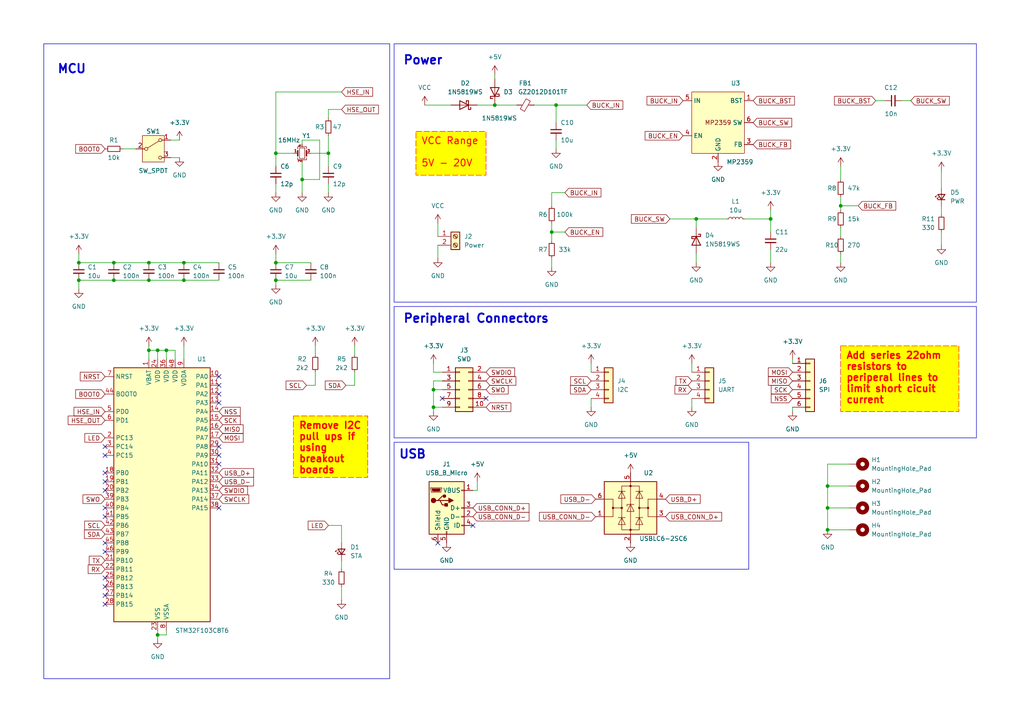
<source format=kicad_sch>
(kicad_sch (version 20230121) (generator eeschema)
  (paper "A4")
  (title_block (title "STM32F103 4 Layer Demo Board") (date "2023-02-24") (rev "v1.0") (company "Janith Sinhapura"))
  (lib_symbols
    (symbol "Connector:Screw_Terminal_01x02" (pin_names (offset 1.016) hide)
      (property "Reference" "J" (at 0 2.54 0))
      (property "Value" "Screw_Terminal_01x02" (at 0 -5.08 0))
      (symbol "Screw_Terminal_01x02_1_1"
        (pin passive line (at -5.08 0 0) (length 3.81) (name "Pin_1") (number "1"))
        (pin passive line (at -5.08 -2.54 0) (length 3.81) (name "Pin_2") (number "2"))
      )
    )
    (symbol "Connector:USB_B_Micro" (pin_names (offset 1.016))
      (property "Reference" "J" (at -5.08 11.43 0))
      (property "Value" "USB_B_Micro" (at -5.08 8.89 0))
      (symbol "USB_B_Micro_1_1"
        (pin power_out line (at 7.62 5.08 180) (length 2.54) (name "VBUS") (number "1"))
        (pin bidirectional line (at 7.62 -2.54 180) (length 2.54) (name "D-") (number "2"))
        (pin bidirectional line (at 7.62 0 180) (length 2.54) (name "D+") (number "3"))
        (pin passive line (at 7.62 -5.08 180) (length 2.54) (name "ID") (number "4"))
        (pin power_out line (at 0 -10.16 90) (length 2.54) (name "GND") (number "5"))
        (pin passive line (at -2.54 -10.16 90) (length 2.54) (name "Shield") (number "6"))
      )
    )
    (symbol "Connector_Generic:Conn_01x04" (pin_names (offset 1.016) hide)
      (property "Reference" "J" (at 0 5.08 0))
      (property "Value" "Conn_01x04" (at 0 -7.62 0))
      (symbol "Conn_01x04_1_1"
        (pin passive line (at -5.08 2.54 0) (length 3.81) (name "Pin_1") (number "1"))
        (pin passive line (at -5.08 0 0) (length 3.81) (name "Pin_2") (number "2"))
        (pin passive line (at -5.08 -2.54 0) (length 3.81) (name "Pin_3") (number "3"))
        (pin passive line (at -5.08 -5.08 0) (length 3.81) (name "Pin_4") (number "4"))
      )
    )
    (symbol "Connector_Generic:Conn_01x06" (pin_names (offset 1.016) hide)
      (property "Reference" "J" (at 0 7.62 0))
      (property "Value" "Conn_01x06" (at 0 -10.16 0))
      (symbol "Conn_01x06_1_1"
        (pin passive line (at -5.08 5.08 0) (length 3.81) (name "Pin_1") (number "1"))
        (pin passive line (at -5.08 2.54 0) (length 3.81) (name "Pin_2") (number "2"))
        (pin passive line (at -5.08 0 0) (length 3.81) (name "Pin_3") (number "3"))
        (pin passive line (at -5.08 -2.54 0) (length 3.81) (name "Pin_4") (number "4"))
        (pin passive line (at -5.08 -5.08 0) (length 3.81) (name "Pin_5") (number "5"))
        (pin passive line (at -5.08 -7.62 0) (length 3.81) (name "Pin_6") (number "6"))
      )
    )
    (symbol "Connector_Generic:Conn_02x05_Odd_Even" (pin_names (offset 1.016) hide)
      (property "Reference" "J" (at 1.27 7.62 0))
      (property "Value" "Conn_02x05_Odd_Even" (at 1.27 -7.62 0))
      (symbol "Conn_02x05_Odd_Even_1_1"
        (pin passive line (at -5.08 5.08 0) (length 3.81) (name "Pin_1") (number "1"))
        (pin passive line (at 7.62 -5.08 180) (length 3.81) (name "Pin_10") (number "10"))
        (pin passive line (at 7.62 5.08 180) (length 3.81) (name "Pin_2") (number "2"))
        (pin passive line (at -5.08 2.54 0) (length 3.81) (name "Pin_3") (number "3"))
        (pin passive line (at 7.62 2.54 180) (length 3.81) (name "Pin_4") (number "4"))
        (pin passive line (at -5.08 0 0) (length 3.81) (name "Pin_5") (number "5"))
        (pin passive line (at 7.62 0 180) (length 3.81) (name "Pin_6") (number "6"))
        (pin passive line (at -5.08 -2.54 0) (length 3.81) (name "Pin_7") (number "7"))
        (pin passive line (at 7.62 -2.54 180) (length 3.81) (name "Pin_8") (number "8"))
        (pin passive line (at -5.08 -5.08 0) (length 3.81) (name "Pin_9") (number "9"))
      )
    )
    (symbol "Device:C_Small" (pin_numbers hide) (pin_names (offset 0.254) hide)
      (property "Reference" "C" (at 0.254 1.778 0))
      (property "Value" "C_Small" (at 0.254 -2.032 0))
      (symbol "C_Small_1_1"
        (pin passive line (at 0 2.54 270) (length 2.032) (name "~") (number "1"))
        (pin passive line (at 0 -2.54 90) (length 2.032) (name "~") (number "2"))
      )
    )
    (symbol "Device:Crystal_GND24_Small" (pin_names (offset 1.016) hide)
      (property "Reference" "Y" (at 1.27 4.445 0))
      (property "Value" "Crystal_GND24_Small" (at 1.27 2.54 0))
      (symbol "Crystal_GND24_Small_1_1"
        (pin passive line (at -2.54 0 0) (length 1.27) (name "1") (number "1"))
        (pin passive line (at 0 -2.54 90) (length 0.635) (name "2") (number "2"))
        (pin passive line (at 2.54 0 180) (length 1.27) (name "3") (number "3"))
        (pin passive line (at 0 2.54 270) (length 0.635) (name "4") (number "4"))
      )
    )
    (symbol "Device:FerriteBead_Small" (pin_numbers hide) (pin_names (offset 0))
      (property "Reference" "FB" (at 1.905 1.27 0))
      (property "Value" "FerriteBead_Small" (at 1.905 -1.27 0))
      (symbol "FerriteBead_Small_1_1"
        (pin passive line (at 0 2.54 270) (length 1.27) (name "~") (number "1"))
        (pin passive line (at 0 -2.54 90) (length 1.27) (name "~") (number "2"))
      )
    )
    (symbol "Device:LED_Small" (pin_numbers hide) (pin_names (offset 0.254) hide)
      (property "Reference" "D" (at -1.27 3.175 0))
      (property "Value" "LED_Small" (at -4.445 -2.54 0))
      (symbol "LED_Small_1_1"
        (pin passive line (at -2.54 0 0) (length 1.778) (name "K") (number "1"))
        (pin passive line (at 2.54 0 180) (length 1.778) (name "A") (number "2"))
      )
    )
    (symbol "Device:L_Small" (pin_numbers hide) (pin_names (offset 0.254) hide)
      (property "Reference" "L" (at 0.762 1.016 0))
      (property "Value" "L_Small" (at 0.762 -1.016 0))
      (symbol "L_Small_1_1"
        (pin passive line (at 0 2.54 270) (length 0.508) (name "~") (number "1"))
        (pin passive line (at 0 -2.54 90) (length 0.508) (name "~") (number "2"))
      )
    )
    (symbol "Device:R_Small" (pin_numbers hide) (pin_names (offset 0.254) hide)
      (property "Reference" "R" (at 0.762 0.508 0))
      (property "Value" "R_Small" (at 0.762 -1.016 0))
      (symbol "R_Small_1_1"
        (pin passive line (at 0 2.54 270) (length 0.762) (name "~") (number "1"))
        (pin passive line (at 0 -2.54 90) (length 0.762) (name "~") (number "2"))
      )
    )
    (symbol "Diode:1N5819WS" (pin_numbers hide) (pin_names (offset 1.016) hide)
      (property "Reference" "D" (at 0 2.54 0))
      (property "Value" "1N5819WS" (at 0 -2.54 0))
      (symbol "1N5819WS_1_1"
        (pin passive line (at -3.81 0 0) (length 2.54) (name "K") (number "1"))
        (pin passive line (at 3.81 0 180) (length 2.54) (name "A") (number "2"))
      )
    )
    (symbol "Janith_Kicad_Symbols:MP2359"
      (property "Reference" "U" (at 6.35 11.43 0))
      (property "Value" "MP2359" (at 7.62 -11.43 0))
      (symbol "MP2359_1_1"
        (text "MP2359" (at 0 0 0) (effects (font (size 1.27 1.27))))
        (pin input line (at 10.16 6.35 180) (length 2.54) (name "BST") (number "1"))
        (pin input line (at 0 -11.43 90) (length 2.54) (name "GND") (number "2"))
        (pin input line (at 10.16 -6.35 180) (length 2.54) (name "FB") (number "3"))
        (pin input line (at -10.16 -3.81 0) (length 2.54) (name "EN") (number "4"))
        (pin input line (at -10.16 6.35 0) (length 2.54) (name "IN") (number "5"))
        (pin input line (at 10.16 0 180) (length 2.54) (name "SW") (number "6"))
      )
    )
    (symbol "MCU_ST_STM32F1:STM32F103C8Tx"
      (property "Reference" "U" (at -12.7 39.37 0))
      (property "Value" "STM32F103C8Tx" (at 10.16 39.37 0))
      (symbol "STM32F103C8Tx_1_1"
        (pin power_in line (at -2.54 40.64 270) (length 2.54) (name "VBAT") (number "1"))
        (pin bidirectional line (at 17.78 35.56 180) (length 2.54) (name "PA0") (number "10"))
        (pin bidirectional line (at 17.78 33.02 180) (length 2.54) (name "PA1") (number "11"))
        (pin bidirectional line (at 17.78 30.48 180) (length 2.54) (name "PA2") (number "12"))
        (pin bidirectional line (at 17.78 27.94 180) (length 2.54) (name "PA3") (number "13"))
        (pin bidirectional line (at 17.78 25.4 180) (length 2.54) (name "PA4") (number "14"))
        (pin bidirectional line (at 17.78 22.86 180) (length 2.54) (name "PA5") (number "15"))
        (pin bidirectional line (at 17.78 20.32 180) (length 2.54) (name "PA6") (number "16"))
        (pin bidirectional line (at 17.78 17.78 180) (length 2.54) (name "PA7") (number "17"))
        (pin bidirectional line (at -15.24 7.62 0) (length 2.54) (name "PB0") (number "18"))
        (pin bidirectional line (at -15.24 5.08 0) (length 2.54) (name "PB1") (number "19"))
        (pin bidirectional line (at -15.24 17.78 0) (length 2.54) (name "PC13") (number "2"))
        (pin bidirectional line (at -15.24 2.54 0) (length 2.54) (name "PB2") (number "20"))
        (pin bidirectional line (at -15.24 -17.78 0) (length 2.54) (name "PB10") (number "21"))
        (pin bidirectional line (at -15.24 -20.32 0) (length 2.54) (name "PB11") (number "22"))
        (pin power_in line (at 0 -38.1 90) (length 2.54) (name "VSS") (number "23"))
        (pin power_in line (at 0 40.64 270) (length 2.54) (name "VDD") (number "24"))
        (pin bidirectional line (at -15.24 -22.86 0) (length 2.54) (name "PB12") (number "25"))
        (pin bidirectional line (at -15.24 -25.4 0) (length 2.54) (name "PB13") (number "26"))
        (pin bidirectional line (at -15.24 -27.94 0) (length 2.54) (name "PB14") (number "27"))
        (pin bidirectional line (at -15.24 -30.48 0) (length 2.54) (name "PB15") (number "28"))
        (pin bidirectional line (at 17.78 15.24 180) (length 2.54) (name "PA8") (number "29"))
        (pin bidirectional line (at -15.24 15.24 0) (length 2.54) (name "PC14") (number "3"))
        (pin bidirectional line (at 17.78 12.7 180) (length 2.54) (name "PA9") (number "30"))
        (pin bidirectional line (at 17.78 10.16 180) (length 2.54) (name "PA10") (number "31"))
        (pin bidirectional line (at 17.78 7.62 180) (length 2.54) (name "PA11") (number "32"))
        (pin bidirectional line (at 17.78 5.08 180) (length 2.54) (name "PA12") (number "33"))
        (pin bidirectional line (at 17.78 2.54 180) (length 2.54) (name "PA13") (number "34"))
        (pin passive line (at 0 -38.1 90) (length 2.54) hide (name "VSS") (number "35"))
        (pin power_in line (at 2.54 40.64 270) (length 2.54) (name "VDD") (number "36"))
        (pin bidirectional line (at 17.78 0 180) (length 2.54) (name "PA14") (number "37"))
        (pin bidirectional line (at 17.78 -2.54 180) (length 2.54) (name "PA15") (number "38"))
        (pin bidirectional line (at -15.24 0 0) (length 2.54) (name "PB3") (number "39"))
        (pin bidirectional line (at -15.24 12.7 0) (length 2.54) (name "PC15") (number "4"))
        (pin bidirectional line (at -15.24 -2.54 0) (length 2.54) (name "PB4") (number "40"))
        (pin bidirectional line (at -15.24 -5.08 0) (length 2.54) (name "PB5") (number "41"))
        (pin bidirectional line (at -15.24 -7.62 0) (length 2.54) (name "PB6") (number "42"))
        (pin bidirectional line (at -15.24 -10.16 0) (length 2.54) (name "PB7") (number "43"))
        (pin input line (at -15.24 30.48 0) (length 2.54) (name "BOOT0") (number "44"))
        (pin bidirectional line (at -15.24 -12.7 0) (length 2.54) (name "PB8") (number "45"))
        (pin bidirectional line (at -15.24 -15.24 0) (length 2.54) (name "PB9") (number "46"))
        (pin passive line (at 0 -38.1 90) (length 2.54) hide (name "VSS") (number "47"))
        (pin power_in line (at 5.08 40.64 270) (length 2.54) (name "VDD") (number "48"))
        (pin bidirectional line (at -15.24 25.4 0) (length 2.54) (name "PD0") (number "5"))
        (pin bidirectional line (at -15.24 22.86 0) (length 2.54) (name "PD1") (number "6"))
        (pin input line (at -15.24 35.56 0) (length 2.54) (name "NRST") (number "7"))
        (pin power_in line (at 2.54 -38.1 90) (length 2.54) (name "VSSA") (number "8"))
        (pin power_in line (at 7.62 40.64 270) (length 2.54) (name "VDDA") (number "9"))
      )
    )
    (symbol "Mechanical:MountingHole_Pad" (pin_numbers hide) (pin_names (offset 1.016) hide)
      (property "Reference" "H" (at 0 6.35 0))
      (property "Value" "MountingHole_Pad" (at 0 4.445 0))
      (symbol "MountingHole_Pad_1_1"
        (pin input line (at 0 -2.54 90) (length 2.54) (name "1") (number "1"))
      )
    )
    (symbol "Power_Protection:USBLC6-2SC6" (pin_names hide)
      (property "Reference" "U" (at 2.54 8.89 0))
      (property "Value" "USBLC6-2SC6" (at 2.54 -8.89 0))
      (symbol "USBLC6-2SC6_1_1"
        (pin passive line (at -10.16 -2.54 0) (length 2.54) (name "I/O1") (number "1"))
        (pin passive line (at 0 -10.16 90) (length 2.54) (name "GND") (number "2"))
        (pin passive line (at 10.16 -2.54 180) (length 2.54) (name "I/O2") (number "3"))
        (pin passive line (at 10.16 2.54 180) (length 2.54) (name "I/O2") (number "4"))
        (pin passive line (at 0 10.16 270) (length 2.54) (name "VBUS") (number "5"))
        (pin passive line (at -10.16 2.54 0) (length 2.54) (name "I/O1") (number "6"))
      )
    )
    (symbol "Switch:SW_SPDT" (pin_names (offset 0) hide)
      (property "Reference" "SW" (at 0 5.08 0))
      (property "Value" "SW_SPDT" (at 0 -5.08 0))
      (symbol "SW_SPDT_1_1"
        (pin passive line (at 5.08 2.54 180) (length 2.54) (name "A") (number "1"))
        (pin passive line (at -5.08 0 0) (length 2.54) (name "B") (number "2"))
        (pin passive line (at 5.08 -2.54 180) (length 2.54) (name "C") (number "3"))
      )
    )
    (symbol "power:+3.3V" (power) (pin_names (offset 0))
      (property "Value" "+3.3V" (at 0 3.556 0))
      (symbol "+3.3V_1_1"
        (pin power_in line (at 0 0 90) (length 0) hide (name "+3.3V") (number "1"))
      )
    )
    (symbol "power:+5V" (power) (pin_names (offset 0))
      (property "Value" "+5V" (at 0 3.556 0))
      (symbol "+5V_1_1"
        (pin power_in line (at 0 0 90) (length 0) hide (name "+5V") (number "1"))
      )
    )
    (symbol "power:GND" (power) (pin_names (offset 0))
      (property "Value" "GND" (at 0 -3.81 0))
      (symbol "GND_1_1"
        (pin power_in line (at 0 0 270) (length 0) hide (name "GND") (number "1"))
      )
    )
    (symbol "power:VCC" (power) (pin_names (offset 0))
      (property "Value" "VCC" (at 0 3.81 0))
      (symbol "VCC_1_1"
        (pin power_in line (at 0 0 90) (length 0) hide (name "VCC") (number "1"))
      )
    )
  )
  (junction (at 43.18 81.28))
  (junction (at 53.34 81.28))
  (junction (at 22.86 81.28))
  (junction (at 161.29 30.48))
  (junction (at 223.52 63.5))
  (junction (at 95.25 44.45))
  (junction (at 45.72 101.6))
  (junction (at 33.02 76.2))
  (junction (at 43.18 76.2))
  (junction (at 240.03 140.97))
  (junction (at 243.84 59.69))
  (junction (at 125.73 113.03))
  (junction (at 143.51 30.48))
  (junction (at 45.72 184.15))
  (junction (at 80.01 76.2))
  (junction (at 80.01 81.28))
  (junction (at 80.01 44.45))
  (junction (at 22.86 76.2))
  (junction (at 240.03 153.67))
  (junction (at 33.02 81.28))
  (junction (at 87.63 52.07))
  (junction (at 43.18 101.6))
  (junction (at 53.34 76.2))
  (junction (at 201.93 63.5))
  (junction (at 125.73 118.11))
  (junction (at 240.03 147.32))
  (junction (at 48.26 101.6))
  (junction (at 160.02 67.31))
  (no_connect (at 63.5 111.76))
  (no_connect (at 127 157.48))
  (no_connect (at 30.48 160.02))
  (no_connect (at 140.97 115.57))
  (no_connect (at 63.5 129.54))
  (no_connect (at 30.48 129.54))
  (no_connect (at 63.5 114.3))
  (no_connect (at 63.5 134.62))
  (no_connect (at 30.48 147.32))
  (no_connect (at 30.48 149.86))
  (no_connect (at 30.48 132.08))
  (no_connect (at 63.5 116.84))
  (no_connect (at 30.48 175.26))
  (no_connect (at 63.5 147.32))
  (no_connect (at 63.5 109.22))
  (no_connect (at 30.48 137.16))
  (no_connect (at 30.48 172.72))
  (no_connect (at 128.27 115.57))
  (no_connect (at 30.48 170.18))
  (no_connect (at 63.5 132.08))
  (no_connect (at 137.16 152.4))
  (no_connect (at 30.48 139.7))
  (no_connect (at 30.48 142.24))
  (no_connect (at 30.48 157.48))
  (no_connect (at 30.48 167.64))
  (wire (pts (xy 243.84 73.66) (xy 243.84 76.2)))
  (wire (pts (xy 143.51 30.48) (xy 149.86 30.48)))
  (wire (pts (xy 87.63 41.91) (xy 87.63 40.64)))
  (wire (pts (xy 53.34 81.28) (xy 63.5 81.28)))
  (wire (pts (xy 138.43 30.48) (xy 143.51 30.48)))
  (wire (pts (xy 49.53 40.64) (xy 52.07 40.64)))
  (wire (pts (xy 161.29 30.48) (xy 161.29 35.56)))
  (wire (pts (xy 53.34 100.33) (xy 53.34 104.14)))
  (wire (pts (xy 215.9 63.5) (xy 223.52 63.5)))
  (wire (pts (xy 45.72 182.88) (xy 45.72 184.15)))
  (wire (pts (xy 123.19 30.48) (xy 130.81 30.48)))
  (wire (pts (xy 254 29.21) (xy 256.54 29.21)))
  (wire (pts (xy 161.29 40.64) (xy 161.29 43.18)))
  (wire (pts (xy 127 71.12) (xy 127 74.93)))
  (wire (pts (xy 22.86 76.2) (xy 33.02 76.2)))
  (wire (pts (xy 200.66 115.57) (xy 200.66 118.11)))
  (wire (pts (xy 43.18 76.2) (xy 53.34 76.2)))
  (wire (pts (xy 273.05 59.69) (xy 273.05 62.23)))
  (wire (pts (xy 43.18 101.6) (xy 43.18 104.14)))
  (wire (pts (xy 201.93 63.5) (xy 201.93 66.04)))
  (wire (pts (xy 160.02 67.31) (xy 160.02 69.85)))
  (wire (pts (xy 80.01 81.28) (xy 90.17 81.28)))
  (wire (pts (xy 80.01 44.45) (xy 85.09 44.45)))
  (wire (pts (xy 53.34 76.2) (xy 63.5 76.2)))
  (wire (pts (xy 200.66 105.41) (xy 200.66 107.95)))
  (wire (pts (xy 128.27 107.95) (xy 125.73 107.95)))
  (wire (pts (xy 43.18 101.6) (xy 45.72 101.6)))
  (wire (pts (xy 45.72 104.14) (xy 45.72 101.6)))
  (wire (pts (xy 243.84 66.04) (xy 243.84 68.58)))
  (wire (pts (xy 248.92 59.69) (xy 243.84 59.69)))
  (wire (pts (xy 261.62 29.21) (xy 264.16 29.21)))
  (wire (pts (xy 273.05 67.31) (xy 273.05 71.12)))
  (wire (pts (xy 161.29 30.48) (xy 170.18 30.48)))
  (wire (pts (xy 143.51 21.59) (xy 143.51 22.86)))
  (wire (pts (xy 163.83 55.88) (xy 160.02 55.88)))
  (wire (pts (xy 240.03 134.62) (xy 240.03 140.97)))
  (wire (pts (xy 223.52 60.96) (xy 223.52 63.5)))
  (wire (pts (xy 95.25 44.45) (xy 95.25 48.26)))
  (wire (pts (xy 87.63 46.99) (xy 87.63 52.07)))
  (wire (pts (xy 48.26 104.14) (xy 48.26 101.6)))
  (wire (pts (xy 229.87 118.11) (xy 229.87 119.38)))
  (wire (pts (xy 99.06 26.67) (xy 80.01 26.67)))
  (wire (pts (xy 99.06 170.18) (xy 99.06 173.99)))
  (wire (pts (xy 229.87 104.14) (xy 229.87 105.41)))
  (wire (pts (xy 48.26 182.88) (xy 48.26 184.15)))
  (wire (pts (xy 22.86 81.28) (xy 22.86 83.82)))
  (wire (pts (xy 128.27 110.49) (xy 125.73 110.49)))
  (wire (pts (xy 92.71 52.07) (xy 87.63 52.07)))
  (wire (pts (xy 45.72 184.15) (xy 48.26 184.15)))
  (wire (pts (xy 161.29 30.48) (xy 154.94 30.48)))
  (wire (pts (xy 80.01 76.2) (xy 90.17 76.2)))
  (wire (pts (xy 95.25 53.34) (xy 95.25 55.88)))
  (wire (pts (xy 223.52 63.5) (xy 223.52 67.31)))
  (wire (pts (xy 90.17 44.45) (xy 95.25 44.45)))
  (wire (pts (xy 33.02 76.2) (xy 43.18 76.2)))
  (wire (pts (xy 201.93 63.5) (xy 210.82 63.5)))
  (wire (pts (xy 171.45 115.57) (xy 171.45 118.11)))
  (wire (pts (xy 99.06 152.4) (xy 99.06 157.48)))
  (wire (pts (xy 102.87 111.76) (xy 102.87 107.95)))
  (wire (pts (xy 125.73 119.38) (xy 125.73 118.11)))
  (wire (pts (xy 160.02 64.77) (xy 160.02 67.31)))
  (wire (pts (xy 273.05 49.53) (xy 273.05 54.61)))
  (wire (pts (xy 99.06 162.56) (xy 99.06 165.1)))
  (wire (pts (xy 45.72 184.15) (xy 45.72 185.42)))
  (wire (pts (xy 48.26 101.6) (xy 45.72 101.6)))
  (wire (pts (xy 43.18 81.28) (xy 53.34 81.28)))
  (wire (pts (xy 138.43 142.24) (xy 138.43 139.7)))
  (wire (pts (xy 240.03 153.67) (xy 246.38 153.67)))
  (wire (pts (xy 80.01 48.26) (xy 80.01 44.45)))
  (wire (pts (xy 88.9 111.76) (xy 91.44 111.76)))
  (wire (pts (xy 50.8 104.14) (xy 50.8 101.6)))
  (wire (pts (xy 160.02 55.88) (xy 160.02 59.69)))
  (wire (pts (xy 125.73 118.11) (xy 128.27 118.11)))
  (wire (pts (xy 246.38 147.32) (xy 240.03 147.32)))
  (wire (pts (xy 22.86 81.28) (xy 33.02 81.28)))
  (wire (pts (xy 240.03 140.97) (xy 240.03 147.32)))
  (wire (pts (xy 22.86 73.66) (xy 22.86 76.2)))
  (wire (pts (xy 201.93 73.66) (xy 201.93 76.2)))
  (wire (pts (xy 243.84 57.15) (xy 243.84 59.69)))
  (wire (pts (xy 43.18 100.33) (xy 43.18 101.6)))
  (wire (pts (xy 87.63 40.64) (xy 92.71 40.64)))
  (wire (pts (xy 33.02 81.28) (xy 43.18 81.28)))
  (wire (pts (xy 125.73 113.03) (xy 128.27 113.03)))
  (wire (pts (xy 171.45 105.41) (xy 171.45 107.95)))
  (wire (pts (xy 80.01 26.67) (xy 80.01 44.45)))
  (wire (pts (xy 102.87 100.33) (xy 102.87 102.87)))
  (wire (pts (xy 246.38 134.62) (xy 240.03 134.62)))
  (wire (pts (xy 50.8 101.6) (xy 48.26 101.6)))
  (wire (pts (xy 240.03 147.32) (xy 240.03 153.67)))
  (wire (pts (xy 194.31 63.5) (xy 201.93 63.5)))
  (wire (pts (xy 125.73 107.95) (xy 125.73 105.41)))
  (wire (pts (xy 49.53 45.72) (xy 52.07 45.72)))
  (wire (pts (xy 100.33 111.76) (xy 102.87 111.76)))
  (wire (pts (xy 223.52 72.39) (xy 223.52 76.2)))
  (wire (pts (xy 125.73 110.49) (xy 125.73 113.03)))
  (wire (pts (xy 91.44 100.33) (xy 91.44 102.87)))
  (wire (pts (xy 80.01 53.34) (xy 80.01 55.88)))
  (wire (pts (xy 99.06 31.75) (xy 95.25 31.75)))
  (wire (pts (xy 95.25 39.37) (xy 95.25 44.45)))
  (wire (pts (xy 80.01 73.66) (xy 80.01 76.2)))
  (wire (pts (xy 125.73 113.03) (xy 125.73 118.11)))
  (wire (pts (xy 163.83 67.31) (xy 160.02 67.31)))
  (wire (pts (xy 137.16 142.24) (xy 138.43 142.24)))
  (wire (pts (xy 87.63 52.07) (xy 87.63 55.88)))
  (wire (pts (xy 160.02 74.93) (xy 160.02 77.47)))
  (wire (pts (xy 95.25 152.4) (xy 99.06 152.4)))
  (wire (pts (xy 246.38 140.97) (xy 240.03 140.97)))
  (wire (pts (xy 243.84 59.69) (xy 243.84 60.96)))
  (wire (pts (xy 243.84 48.26) (xy 243.84 52.07)))
  (wire (pts (xy 95.25 31.75) (xy 95.25 34.29)))
  (wire (pts (xy 91.44 111.76) (xy 91.44 107.95)))
  (wire (pts (xy 92.71 40.64) (xy 92.71 52.07)))
  (wire (pts (xy 80.01 81.28) (xy 80.01 82.55)))
  (wire (pts (xy 127 64.77) (xy 127 68.58)))
  (wire (pts (xy 35.56 43.18) (xy 39.37 43.18)))
  (rectangle (start 12.7 12.7) (end 113.03 196.85))
  (rectangle (start 114.3 12.7) (end 283.21 87.63))
  (rectangle (start 114.3 88.9) (end 283.21 127))
  (rectangle (start 114.3 128.27) (end 217.17 165.1))
  (text_box "Remove I2C pull ups if using breakout boards" (at 85.09 120.65 0) (size 21.59 17.78) (stroke (width 0) (type dash) (color 255 0 0 1)) (fill (type color) (color 255 255 0 1)) (effects (font (size 2 2) (thickness 0.4) bold) (justify left top)))
  (text_box "" (at 91.44 133.35 0) (size 0 0) (stroke (width 0) (type dash) (color 255 0 0 1)) (fill (type color) (color 255 255 0 1)) (effects (font (size 1.27 1.27)) (justify left top)))
  (text_box "VCC Range\n\n5V - 20V" (at 120.65 38.1 0) (size 20.32 12.7) (stroke (width 0) (type dash) (color 255 0 0 1)) (fill (type color) (color 255 255 0 1)) (effects (font (size 2 2) (thickness 0.254) bold) (justify left top)))
  (text_box "Add series 22ohm resistors to periperal lines to limit short cicuit current" (at 243.84 100.33 0) (size 34.29 19.05) (stroke (width 0) (type dash) (color 255 0 0 1)) (fill (type color) (color 255 255 0 1)) (effects (font (size 2 2) (thickness 0.4) bold) (justify left top)))
  (text "Peripheral Connectors" (at 116.84 93.98 0) (effects (font (size 2.5 2.5) (thickness 0.5) bold) (justify left bottom)))
  (text "Power" (at 116.84 19.05 0) (effects (font (size 2.5 2.5) (thickness 0.5) bold) (justify left bottom)))
  (text "MCU" (at 16.51 21.59 0) (effects (font (size 2.5 2.5) (thickness 0.5) bold) (justify left bottom)))
  (text "USB" (at 115.57 133.35 0) (effects (font (size 2.5 2.5) (thickness 0.5) bold) (justify left bottom)))
  (global_label "BUCK_IN" (shape input) (at 198.12 29.21 180) (property "Intersheetrefs" "${INTERSHEET_REFS}" (effects hide)))
  (global_label "MOSI" (shape input) (at 63.5 127 0) (property "Intersheetrefs" "${INTERSHEET_REFS}" (effects hide)))
  (global_label "USB_D-" (shape input) (at 63.5 139.7 0) (property "Intersheetrefs" "${INTERSHEET_REFS}" (effects hide)))
  (global_label "SDA" (shape input) (at 100.33 111.76 180) (property "Intersheetrefs" "${INTERSHEET_REFS}" (effects hide)))
  (global_label "RX" (shape input) (at 30.48 165.1 180) (property "Intersheetrefs" "${INTERSHEET_REFS}" (effects hide)))
  (global_label "USB_CONN_D-" (shape input) (at 137.16 149.86 0) (property "Intersheetrefs" "${INTERSHEET_REFS}" (effects hide)))
  (global_label "SWO" (shape input) (at 30.48 144.78 180) (property "Intersheetrefs" "${INTERSHEET_REFS}" (effects hide)))
  (global_label "BUCK_FB" (shape input) (at 248.92 59.69 0) (property "Intersheetrefs" "${INTERSHEET_REFS}" (effects hide)))
  (global_label "LED" (shape input) (at 95.25 152.4 180) (property "Intersheetrefs" "${INTERSHEET_REFS}" (effects hide)))
  (global_label "USB_CONN_D+" (shape input) (at 193.04 149.86 0) (property "Intersheetrefs" "${INTERSHEET_REFS}" (effects hide)))
  (global_label "MOSI" (shape input) (at 229.87 107.95 180) (property "Intersheetrefs" "${INTERSHEET_REFS}" (effects hide)))
  (global_label "BOOT0" (shape input) (at 30.48 43.18 180) (property "Intersheetrefs" "${INTERSHEET_REFS}" (effects hide)))
  (global_label "TX" (shape input) (at 30.48 162.56 180) (property "Intersheetrefs" "${INTERSHEET_REFS}" (effects hide)))
  (global_label "TX" (shape input) (at 200.66 110.49 180) (property "Intersheetrefs" "${INTERSHEET_REFS}" (effects hide)))
  (global_label "SWDIO" (shape input) (at 63.5 142.24 0) (property "Intersheetrefs" "${INTERSHEET_REFS}" (effects hide)))
  (global_label "SWCLK" (shape input) (at 140.97 110.49 0) (property "Intersheetrefs" "${INTERSHEET_REFS}" (effects hide)))
  (global_label "BUCK_BST" (shape input) (at 254 29.21 180) (property "Intersheetrefs" "${INTERSHEET_REFS}" (effects hide)))
  (global_label "USB_CONN_D-" (shape input) (at 172.72 149.86 180) (property "Intersheetrefs" "${INTERSHEET_REFS}" (effects hide)))
  (global_label "SWO" (shape input) (at 140.97 113.03 0) (property "Intersheetrefs" "${INTERSHEET_REFS}" (effects hide)))
  (global_label "HSE_IN" (shape input) (at 30.48 119.38 180) (property "Intersheetrefs" "${INTERSHEET_REFS}" (effects hide)))
  (global_label "USB_D-" (shape input) (at 172.72 144.78 180) (property "Intersheetrefs" "${INTERSHEET_REFS}" (effects hide)))
  (global_label "HSE_OUT" (shape input) (at 99.06 31.75 0) (property "Intersheetrefs" "${INTERSHEET_REFS}" (effects hide)))
  (global_label "BOOT0" (shape input) (at 30.48 114.3 180) (property "Intersheetrefs" "${INTERSHEET_REFS}" (effects hide)))
  (global_label "MISO" (shape input) (at 63.5 124.46 0) (property "Intersheetrefs" "${INTERSHEET_REFS}" (effects hide)))
  (global_label "USB_CONN_D+" (shape input) (at 137.16 147.32 0) (property "Intersheetrefs" "${INTERSHEET_REFS}" (effects hide)))
  (global_label "LED" (shape input) (at 30.48 127 180) (property "Intersheetrefs" "${INTERSHEET_REFS}" (effects hide)))
  (global_label "SWCLK" (shape input) (at 63.5 144.78 0) (property "Intersheetrefs" "${INTERSHEET_REFS}" (effects hide)))
  (global_label "NRST" (shape input) (at 30.48 109.22 180) (property "Intersheetrefs" "${INTERSHEET_REFS}" (effects hide)))
  (global_label "SDA" (shape input) (at 171.45 113.03 180) (property "Intersheetrefs" "${INTERSHEET_REFS}" (effects hide)))
  (global_label "SCK" (shape input) (at 63.5 121.92 0) (property "Intersheetrefs" "${INTERSHEET_REFS}" (effects hide)))
  (global_label "BUCK_EN" (shape input) (at 198.12 39.37 180) (property "Intersheetrefs" "${INTERSHEET_REFS}" (effects hide)))
  (global_label "USB_D+" (shape input) (at 193.04 144.78 0) (property "Intersheetrefs" "${INTERSHEET_REFS}" (effects hide)))
  (global_label "BUCK_SW" (shape input) (at 264.16 29.21 0) (property "Intersheetrefs" "${INTERSHEET_REFS}" (effects hide)))
  (global_label "HSE_IN" (shape input) (at 99.06 26.67 0) (property "Intersheetrefs" "${INTERSHEET_REFS}" (effects hide)))
  (global_label "HSE_OUT" (shape input) (at 30.48 121.92 180) (property "Intersheetrefs" "${INTERSHEET_REFS}" (effects hide)))
  (global_label "SCL" (shape input) (at 88.9 111.76 180) (property "Intersheetrefs" "${INTERSHEET_REFS}" (effects hide)))
  (global_label "NSS" (shape input) (at 229.87 115.57 180) (property "Intersheetrefs" "${INTERSHEET_REFS}" (effects hide)))
  (global_label "NRST" (shape input) (at 140.97 118.11 0) (property "Intersheetrefs" "${INTERSHEET_REFS}" (effects hide)))
  (global_label "NSS" (shape input) (at 63.5 119.38 0) (property "Intersheetrefs" "${INTERSHEET_REFS}" (effects hide)))
  (global_label "SWDIO" (shape input) (at 140.97 107.95 0) (property "Intersheetrefs" "${INTERSHEET_REFS}" (effects hide)))
  (global_label "BUCK_BST" (shape input) (at 218.44 29.21 0) (property "Intersheetrefs" "${INTERSHEET_REFS}" (effects hide)))
  (global_label "BUCK_IN" (shape input) (at 163.83 55.88 0) (property "Intersheetrefs" "${INTERSHEET_REFS}" (effects hide)))
  (global_label "BUCK_SW" (shape input) (at 194.31 63.5 180) (property "Intersheetrefs" "${INTERSHEET_REFS}" (effects hide)))
  (global_label "SCL" (shape input) (at 30.48 152.4 180) (property "Intersheetrefs" "${INTERSHEET_REFS}" (effects hide)))
  (global_label "USB_D+" (shape input) (at 63.5 137.16 0) (property "Intersheetrefs" "${INTERSHEET_REFS}" (effects hide)))
  (global_label "BUCK_EN" (shape input) (at 163.83 67.31 0) (property "Intersheetrefs" "${INTERSHEET_REFS}" (effects hide)))
  (global_label "BUCK_IN" (shape input) (at 170.18 30.48 0) (property "Intersheetrefs" "${INTERSHEET_REFS}" (effects hide)))
  (global_label "MISO" (shape input) (at 229.87 110.49 180) (property "Intersheetrefs" "${INTERSHEET_REFS}" (effects hide)))
  (global_label "RX" (shape input) (at 200.66 113.03 180) (property "Intersheetrefs" "${INTERSHEET_REFS}" (effects hide)))
  (global_label "SCK" (shape input) (at 229.87 113.03 180) (property "Intersheetrefs" "${INTERSHEET_REFS}" (effects hide)))
  (global_label "BUCK_SW" (shape input) (at 218.44 35.56 0) (property "Intersheetrefs" "${INTERSHEET_REFS}" (effects hide)))
  (global_label "BUCK_FB" (shape input) (at 218.44 41.91 0) (property "Intersheetrefs" "${INTERSHEET_REFS}" (effects hide)))
  (global_label "SDA" (shape input) (at 30.48 154.94 180) (property "Intersheetrefs" "${INTERSHEET_REFS}" (effects hide)))
  (global_label "SCL" (shape input) (at 171.45 110.49 180) (property "Intersheetrefs" "${INTERSHEET_REFS}" (effects hide)))
  (symbol (lib_id "power:GND") (at 160.02 77.47 0) (unit 1)
    (property "Reference" "#PWR025" (effects hide))
    (property "Value" "GND" (at 160.02 82.55 0))
  )
  (symbol (lib_id "Device:R_Small") (at 91.44 105.41 180) (unit 1)
    (property "Reference" "R2" (at 87.63 104.14 0))
    (property "Value" "2k2" (at 87.63 106.68 0))
    (property "Footprint" "Resistor_SMD:R_0402_1005Metric" (effects hide))
  )
  (symbol (lib_id "Connector_Generic:Conn_01x04") (at 176.53 110.49 0) (unit 1)
    (property "Reference" "J4" (at 179.07 110.49 0) (effects (justify left)))
    (property "Value" "I2C" (at 179.07 113.03 0) (effects (justify left)))
    (property "Footprint" "Connector_Molex:Molex_PicoBlade_53048-0410_1x04_P1.25mm_Horizontal" (effects hide))
  )
  (symbol (lib_id "Device:R_Small") (at 33.02 43.18 90) (unit 1)
    (property "Reference" "R1" (at 33.02 40.64 90))
    (property "Value" "10k" (at 33.02 45.72 90))
    (property "Footprint" "Resistor_SMD:R_0402_1005Metric" (effects hide))
  )
  (symbol (lib_id "power:GND") (at 87.63 55.88 0) (unit 1)
    (property "Reference" "#PWR011" (effects hide))
    (property "Value" "GND" (at 87.63 60.96 0))
  )
  (symbol (lib_id "Device:C_Small") (at 161.29 38.1 0) (unit 1)
    (property "Reference" "C10" (at 162.56 35.56 0) (effects (justify left)))
    (property "Value" "10u" (at 162.56 40.64 0) (effects (justify left)))
    (property "Footprint" "Capacitor_SMD:C_1206_3216Metric" (effects hide))
  )
  (symbol (lib_id "power:GND") (at 200.66 118.11 0) (unit 1)
    (property "Reference" "#PWR032" (effects hide))
    (property "Value" "GND" (at 200.66 123.19 0))
  )
  (symbol (lib_id "power:+3.3V") (at 43.18 100.33 0) (unit 1)
    (property "Reference" "#PWR03" (effects hide))
    (property "Value" "+3.3V" (at 43.18 95.25 0))
  )
  (symbol (lib_id "power:+3.3V") (at 243.84 48.26 0) (unit 1)
    (property "Reference" "#PWR039" (effects hide))
    (property "Value" "+3.3V" (at 243.84 43.18 0))
  )
  (symbol (lib_id "Device:C_Small") (at 80.01 78.74 0) (unit 1)
    (property "Reference" "C7" (at 82.55 77.4763 0) (effects (justify left)))
    (property "Value" "10u" (at 82.55 80.0163 0) (effects (justify left)))
    (property "Footprint" "Capacitor_SMD:C_0603_1608Metric" (effects hide))
  )
  (symbol (lib_id "power:VCC") (at 123.19 30.48 0) (unit 1)
    (property "Reference" "#PWR016" (effects hide))
    (property "Value" "VCC" (at 123.19 25.4 0))
  )
  (symbol (lib_id "Mechanical:MountingHole_Pad") (at 248.92 140.97 270) (unit 1)
    (property "Reference" "H2" (at 252.73 139.7 90) (effects (justify left)))
    (property "Value" "MountingHole_Pad" (at 252.73 142.24 90) (effects (justify left)))
    (property "Footprint" "MountingHole:MountingHole_4.3mm_M4_Pad_Via" (effects hide))
  )
  (symbol (lib_id "power:GND") (at 182.88 157.48 0) (unit 1)
    (property "Reference" "#PWR030" (effects hide))
    (property "Value" "GND" (at 182.88 162.56 0))
  )
  (symbol (lib_id "Device:LED_Small") (at 99.06 160.02 90) (unit 1)
    (property "Reference" "D1" (at 101.6 158.6865 90) (effects (justify right)))
    (property "Value" "STA" (at 101.6 161.2265 90) (effects (justify right)))
    (property "Footprint" "LED_SMD:LED_0603_1608Metric" (effects hide))
  )
  (symbol (lib_id "Device:C_Small") (at 33.02 78.74 0) (unit 1)
    (property "Reference" "C2" (at 35.56 77.4763 0) (effects (justify left)))
    (property "Value" "100n" (at 35.56 80.0163 0) (effects (justify left)))
    (property "Footprint" "Capacitor_SMD:C_0402_1005Metric" (effects hide))
  )
  (symbol (lib_id "Device:C_Small") (at 95.25 50.8 0) (unit 1)
    (property "Reference" "C9" (at 96.52 48.26 0) (effects (justify left)))
    (property "Value" "12p" (at 96.52 53.34 0) (effects (justify left)))
    (property "Footprint" "Capacitor_SMD:C_0402_1005Metric" (effects hide))
  )
  (symbol (lib_id "Connector:Screw_Terminal_01x02") (at 132.08 68.58 0) (unit 1)
    (property "Reference" "J2" (at 134.62 68.58 0) (effects (justify left)))
    (property "Value" "Power" (at 134.62 71.12 0) (effects (justify left)))
    (property "Footprint" "TerminalBlock_Phoenix:TerminalBlock_Phoenix_PT-1,5-2-3.5-H_1x02_P3.50mm_Horizontal" (effects hide))
  )
  (symbol (lib_id "Connector_Generic:Conn_01x04") (at 205.74 110.49 0) (unit 1)
    (property "Reference" "J5" (at 208.28 110.49 0) (effects (justify left)))
    (property "Value" "UART" (at 208.28 113.03 0) (effects (justify left)))
    (property "Footprint" "Connector_Molex:Molex_PicoBlade_53048-0410_1x04_P1.25mm_Horizontal" (effects hide))
  )
  (symbol (lib_id "power:GND") (at 45.72 185.42 0) (unit 1)
    (property "Reference" "#PWR04" (effects hide))
    (property "Value" "GND" (at 45.72 190.5 0))
  )
  (symbol (lib_id "Device:C_Small") (at 80.01 50.8 0) (unit 1)
    (property "Reference" "C6" (at 81.28 48.26 0) (effects (justify left)))
    (property "Value" "12p" (at 81.28 53.34 0) (effects (justify left)))
    (property "Footprint" "Capacitor_SMD:C_0402_1005Metric" (effects hide))
  )
  (symbol (lib_id "power:+3.3V") (at 91.44 100.33 0) (unit 1)
    (property "Reference" "#PWR012" (effects hide))
    (property "Value" "+3.3V" (at 91.44 95.25 0))
  )
  (symbol (lib_id "Mechanical:MountingHole_Pad") (at 248.92 134.62 270) (unit 1)
    (property "Reference" "H1" (at 252.73 133.35 90) (effects (justify left)))
    (property "Value" "MountingHole_Pad" (at 252.73 135.89 90) (effects (justify left)))
    (property "Footprint" "MountingHole:MountingHole_4.3mm_M4_Pad_Via" (effects hide))
  )
  (symbol (lib_id "Device:Crystal_GND24_Small") (at 87.63 44.45 0) (unit 1)
    (property "Reference" "Y1" (at 88.9 39.37 0))
    (property "Value" "16MHz" (at 83.82 40.64 0))
    (property "Footprint" "Crystal:Crystal_SMD_3225-4Pin_3.2x2.5mm" (effects hide))
  )
  (symbol (lib_id "power:+3.3V") (at 52.07 40.64 0) (unit 1)
    (property "Reference" "#PWR05" (effects hide))
    (property "Value" "+3.3V" (at 52.07 35.56 0))
  )
  (symbol (lib_id "power:GND") (at 95.25 55.88 0) (unit 1)
    (property "Reference" "#PWR013" (effects hide))
    (property "Value" "GND" (at 95.25 60.96 0))
  )
  (symbol (lib_id "power:GND") (at 125.73 119.38 0) (unit 1)
    (property "Reference" "#PWR018" (effects hide))
    (property "Value" "GND" (at 125.73 124.46 0))
  )
  (symbol (lib_id "Mechanical:MountingHole_Pad") (at 248.92 153.67 270) (unit 1)
    (property "Reference" "H4" (at 252.73 152.4 90) (effects (justify left)))
    (property "Value" "MountingHole_Pad" (at 252.73 154.94 90) (effects (justify left)))
    (property "Footprint" "MountingHole:MountingHole_4.3mm_M4_Pad_Via" (effects hide))
  )
  (symbol (lib_id "Device:C_Small") (at 22.86 78.74 0) (unit 1)
    (property "Reference" "C1" (at 25.4 77.4763 0) (effects (justify left)))
    (property "Value" "10u" (at 25.4 80.0163 0) (effects (justify left)))
    (property "Footprint" "Capacitor_SMD:C_0603_1608Metric" (effects hide))
  )
  (symbol (lib_id "power:GND") (at 171.45 118.11 0) (unit 1)
    (property "Reference" "#PWR028" (effects hide))
    (property "Value" "GND" (at 171.45 123.19 0))
  )
  (symbol (lib_id "Diode:1N5819WS") (at 134.62 30.48 180) (unit 1)
    (property "Reference" "D2" (at 134.9375 24.13 0))
    (property "Value" "1N5819WS" (at 134.9375 26.67 0))
    (property "Footprint" "Diode_SMD:D_SOD-323" (effects hide))
    (property "Datasheet" "https://datasheet.lcsc.com/lcsc/2204281430_Guangdong-Hottech-1N5819WS_C191023.pdf" (effects hide))
  )
  (symbol (lib_id "Device:R_Small") (at 160.02 72.39 180) (unit 1)
    (property "Reference" "R7" (at 157.48 72.39 0))
    (property "Value" "33k" (at 163.83 72.39 0))
    (property "Footprint" "Resistor_SMD:R_0603_1608Metric" (effects hide))
  )
  (symbol (lib_id "Device:R_Small") (at 273.05 64.77 180) (unit 1)
    (property "Reference" "R11" (at 269.24 63.5 0))
    (property "Value" "330" (at 269.24 66.04 0))
    (property "Footprint" "Resistor_SMD:R_0603_1608Metric" (effects hide))
  )
  (symbol (lib_id "power:+3.3V") (at 200.66 105.41 0) (unit 1)
    (property "Reference" "#PWR031" (effects hide))
    (property "Value" "+3.3V" (at 200.66 100.33 0))
  )
  (symbol (lib_id "Janith_Kicad_Symbols:MP2359") (at 208.28 35.56 0) (unit 1)
    (property "Reference" "U3" (at 213.36 24.13 0))
    (property "Value" "MP2359" (at 214.63 46.99 0))
    (property "Footprint" "Package_TO_SOT_SMD:TSOT-23-6" (effects hide))
  )
  (symbol (lib_id "Connector_Generic:Conn_02x05_Odd_Even") (at 133.35 113.03 0) (unit 1)
    (property "Reference" "J3" (at 134.62 101.6 0))
    (property "Value" "SWD" (at 134.62 104.14 0))
    (property "Footprint" "Connector_PinHeader_1.27mm:PinHeader_2x05_P1.27mm_Vertical_SMD" (effects hide))
  )
  (symbol (lib_id "power:GND") (at 201.93 76.2 0) (unit 1)
    (property "Reference" "#PWR033" (effects hide))
    (property "Value" "GND" (at 201.93 81.28 0))
  )
  (symbol (lib_id "power:GND") (at 229.87 119.38 0) (unit 1)
    (property "Reference" "#PWR038" (effects hide))
    (property "Value" "GND" (at 229.87 124.46 0))
  )
  (symbol (lib_id "power:GND") (at 240.03 153.67 0) (unit 1)
    (property "Reference" "#PWR021" (effects hide))
    (property "Value" "GND" (at 240.03 158.75 0))
  )
  (symbol (lib_id "Switch:SW_SPDT") (at 44.45 43.18 0) (unit 1)
    (property "Reference" "SW1" (at 44.45 38.1 0))
    (property "Value" "SW_SPDT" (at 44.45 49.53 0))
    (property "Footprint" "Button_Switch_SMD:SW_SPDT_PCM12" (effects hide))
  )
  (symbol (lib_id "power:VCC") (at 127 64.77 0) (unit 1)
    (property "Reference" "#PWR019" (effects hide))
    (property "Value" "VCC" (at 127 59.69 0))
  )
  (symbol (lib_id "power:+3.3V") (at 53.34 100.33 0) (unit 1)
    (property "Reference" "#PWR07" (effects hide))
    (property "Value" "+3.3V" (at 53.34 95.25 0))
  )
  (symbol (lib_id "power:GND") (at 243.84 76.2 0) (unit 1)
    (property "Reference" "#PWR040" (effects hide))
    (property "Value" "GND" (at 243.84 81.28 0))
  )
  (symbol (lib_id "power:GND") (at 161.29 43.18 0) (unit 1)
    (property "Reference" "#PWR026" (effects hide))
    (property "Value" "GND" (at 161.29 48.26 0))
  )
  (symbol (lib_id "power:GND") (at 22.86 83.82 0) (unit 1)
    (property "Reference" "#PWR02" (effects hide))
    (property "Value" "GND" (at 22.86 88.9 0))
  )
  (symbol (lib_id "Device:R_Small") (at 243.84 71.12 180) (unit 1)
    (property "Reference" "R10" (at 241.3 71.12 0))
    (property "Value" "270" (at 247.65 71.12 0))
    (property "Footprint" "Resistor_SMD:R_0603_1608Metric" (effects hide))
  )
  (symbol (lib_id "power:GND") (at 127 74.93 0) (unit 1)
    (property "Reference" "#PWR020" (effects hide))
    (property "Value" "GND" (at 127 80.01 0))
  )
  (symbol (lib_id "Diode:1N5819WS") (at 143.51 26.67 90) (unit 1)
    (property "Reference" "D3" (at 146.05 26.67 90) (effects (justify right)))
    (property "Value" "1N5819WS" (at 139.7 34.29 90) (effects (justify right)))
    (property "Footprint" "Diode_SMD:D_SOD-323" (effects hide))
    (property "Datasheet" "https://datasheet.lcsc.com/lcsc/2204281430_Guangdong-Hottech-1N5819WS_C191023.pdf" (effects hide))
  )
  (symbol (lib_id "Power_Protection:USBLC6-2SC6") (at 182.88 147.32 0) (unit 1)
    (property "Reference" "U2" (at 186.69 137.16 0) (effects (justify left)))
    (property "Value" "USBLC6-2SC6" (at 185.42 156.21 0) (effects (justify left)))
    (property "Footprint" "Package_TO_SOT_SMD:SOT-23-6" (effects hide))
    (property "Datasheet" "https://www.st.com/resource/en/datasheet/usblc6-2.pdf" (effects hide))
  )
  (symbol (lib_id "Device:R_Small") (at 243.84 54.61 180) (unit 1)
    (property "Reference" "R8" (at 241.3 54.61 0))
    (property "Value" "47k" (at 247.65 54.61 0))
    (property "Footprint" "Resistor_SMD:R_0603_1608Metric" (effects hide))
  )
  (symbol (lib_id "power:+5V") (at 138.43 139.7 0) (unit 1)
    (property "Reference" "#PWR023" (effects hide))
    (property "Value" "+5V" (at 138.43 134.62 0))
  )
  (symbol (lib_id "power:+3.3V") (at 229.87 104.14 0) (unit 1)
    (property "Reference" "#PWR037" (effects hide))
    (property "Value" "+3.3V" (at 229.87 99.06 0))
  )
  (symbol (lib_id "power:GND") (at 80.01 82.55 0) (unit 1)
    (property "Reference" "#PWR010" (effects hide))
    (property "Value" "GND" (at 80.01 87.63 0))
  )
  (symbol (lib_id "Device:R_Small") (at 99.06 167.64 180) (unit 1)
    (property "Reference" "R4" (at 95.25 166.37 0))
    (property "Value" "330" (at 95.25 168.91 0))
    (property "Footprint" "Resistor_SMD:R_0603_1608Metric" (effects hide))
  )
  (symbol (lib_id "Mechanical:MountingHole_Pad") (at 248.92 147.32 270) (unit 1)
    (property "Reference" "H3" (at 252.73 146.05 90) (effects (justify left)))
    (property "Value" "MountingHole_Pad" (at 252.73 148.59 90) (effects (justify left)))
    (property "Footprint" "MountingHole:MountingHole_4.3mm_M4_Pad_Via" (effects hide))
  )
  (symbol (lib_id "power:GND") (at 129.54 157.48 0) (unit 1)
    (property "Reference" "#PWR022" (effects hide))
    (property "Value" "GND" (at 129.54 162.56 0))
  )
  (symbol (lib_id "power:+3.3V") (at 22.86 73.66 0) (unit 1)
    (property "Reference" "#PWR01" (effects hide))
    (property "Value" "+3.3V" (at 22.86 68.58 0))
  )
  (symbol (lib_id "power:+3.3V") (at 125.73 105.41 0) (unit 1)
    (property "Reference" "#PWR017" (effects hide))
    (property "Value" "+3.3V" (at 125.73 100.33 0))
  )
  (symbol (lib_id "Device:C_Small") (at 259.08 29.21 90) (unit 1)
    (property "Reference" "C12" (at 260.35 25.4 90) (effects (justify left)))
    (property "Value" "10n" (at 260.35 33.02 90) (effects (justify left)))
    (property "Footprint" "Capacitor_SMD:C_0402_1005Metric" (effects hide))
  )
  (symbol (lib_id "power:GND") (at 273.05 71.12 0) (unit 1)
    (property "Reference" "#PWR042" (effects hide))
    (property "Value" "GND" (at 273.05 76.2 0))
  )
  (symbol (lib_id "power:GND") (at 223.52 76.2 0) (unit 1)
    (property "Reference" "#PWR036" (effects hide))
    (property "Value" "GND" (at 223.52 81.28 0))
  )
  (symbol (lib_id "Device:FerriteBead_Small") (at 152.4 30.48 90) (unit 1)
    (property "Reference" "FB1" (at 152.3619 24.13 90))
    (property "Value" "GZ2012D101TF" (at 157.48 26.67 90))
    (property "Footprint" "Inductor_SMD:L_0805_2012Metric" (effects hide))
  )
  (symbol (lib_id "power:+3.3V") (at 223.52 60.96 0) (unit 1)
    (property "Reference" "#PWR035" (effects hide))
    (property "Value" "+3.3V" (at 223.52 55.88 0))
  )
  (symbol (lib_id "Device:R_Small") (at 160.02 62.23 180) (unit 1)
    (property "Reference" "R6" (at 157.48 62.23 0))
    (property "Value" "100k" (at 163.83 62.23 0))
    (property "Footprint" "Resistor_SMD:R_0603_1608Metric" (effects hide))
  )
  (symbol (lib_id "power:+3.3V") (at 171.45 105.41 0) (unit 1)
    (property "Reference" "#PWR027" (effects hide))
    (property "Value" "+3.3V" (at 171.45 100.33 0))
  )
  (symbol (lib_id "Device:C_Small") (at 223.52 69.85 0) (unit 1)
    (property "Reference" "C11" (at 224.79 67.31 0) (effects (justify left)))
    (property "Value" "22u" (at 224.79 72.39 0) (effects (justify left)))
    (property "Footprint" "Capacitor_SMD:C_1206_3216Metric" (effects hide))
  )
  (symbol (lib_id "power:GND") (at 99.06 173.99 0) (unit 1)
    (property "Reference" "#PWR014" (effects hide))
    (property "Value" "GND" (at 99.06 179.07 0))
  )
  (symbol (lib_id "power:GND") (at 52.07 45.72 0) (unit 1)
    (property "Reference" "#PWR06" (effects hide))
    (property "Value" "GND" (at 52.07 50.8 0))
  )
  (symbol (lib_id "Device:R_Small") (at 243.84 63.5 180) (unit 1)
    (property "Reference" "R9" (at 241.3 63.5 0))
    (property "Value" "15k" (at 247.65 63.5 0))
    (property "Footprint" "Resistor_SMD:R_0603_1608Metric" (effects hide))
  )
  (symbol (lib_id "Device:C_Small") (at 90.17 78.74 0) (unit 1)
    (property "Reference" "C8" (at 92.71 77.4763 0) (effects (justify left)))
    (property "Value" "100n" (at 92.71 80.0163 0) (effects (justify left)))
    (property "Footprint" "Capacitor_SMD:C_0402_1005Metric" (effects hide))
  )
  (symbol (lib_id "power:GND") (at 208.28 46.99 0) (unit 1)
    (property "Reference" "#PWR034" (effects hide))
    (property "Value" "GND" (at 208.28 52.07 0))
  )
  (symbol (lib_id "Connector:USB_B_Micro") (at 129.54 147.32 0) (unit 1)
    (property "Reference" "J1" (at 129.54 134.62 0))
    (property "Value" "USB_B_Micro" (at 129.54 137.16 0))
    (property "Footprint" "Connector_USB:USB_Micro-B_Molex_47346-0001" (effects hide))
  )
  (symbol (lib_id "Device:R_Small") (at 102.87 105.41 180) (unit 1)
    (property "Reference" "R5" (at 99.06 104.14 0))
    (property "Value" "2k2" (at 99.06 106.68 0))
    (property "Footprint" "Resistor_SMD:R_0402_1005Metric" (effects hide))
  )
  (symbol (lib_id "Device:L_Small") (at 213.36 63.5 90) (unit 1)
    (property "Reference" "L1" (at 213.36 58.42 90))
    (property "Value" "10u" (at 213.36 60.96 90))
    (property "Footprint" "Inductor_SMD:L_Sunlord_MWSA0518S" (effects hide))
  )
  (symbol (lib_id "power:+5V") (at 143.51 21.59 0) (unit 1)
    (property "Reference" "#PWR024" (effects hide))
    (property "Value" "+5V" (at 143.51 16.51 0))
  )
  (symbol (lib_id "Device:C_Small") (at 63.5 78.74 0) (unit 1)
    (property "Reference" "C5" (at 66.04 77.4763 0) (effects (justify left)))
    (property "Value" "100n" (at 66.04 80.0163 0) (effects (justify left)))
    (property "Footprint" "Capacitor_SMD:C_0402_1005Metric" (effects hide))
  )
  (symbol (lib_id "MCU_ST_STM32F1:STM32F103C8Tx") (at 45.72 144.78 0) (unit 1)
    (property "Reference" "U1" (at 57.15 104.14 0) (effects (justify left)))
    (property "Value" "STM32F103C8T6" (at 50.8 182.88 0) (effects (justify left)))
    (property "Footprint" "Package_QFP:LQFP-48_7x7mm_P0.5mm" (effects hide))
    (property "Datasheet" "https://www.st.com/resource/en/datasheet/stm32f103c8.pdf" (effects hide))
  )
  (symbol (lib_id "power:GND") (at 80.01 55.88 0) (unit 1)
    (property "Reference" "#PWR08" (effects hide))
    (property "Value" "GND" (at 80.01 60.96 0))
  )
  (symbol (lib_id "Device:C_Small") (at 43.18 78.74 0) (unit 1)
    (property "Reference" "C3" (at 45.72 77.4763 0) (effects (justify left)))
    (property "Value" "100n" (at 45.72 80.0163 0) (effects (justify left)))
    (property "Footprint" "Capacitor_SMD:C_0402_1005Metric" (effects hide))
  )
  (symbol (lib_id "Diode:1N5819WS") (at 201.93 69.85 270) (unit 1)
    (property "Reference" "D4" (at 204.47 68.2625 90) (effects (justify left)))
    (property "Value" "1N5819WS" (at 204.47 70.8025 90) (effects (justify left)))
    (property "Footprint" "Diode_SMD:D_SOD-323" (effects hide))
    (property "Datasheet" "https://datasheet.lcsc.com/lcsc/2204281430_Guangdong-Hottech-1N5819WS_C191023.pdf" (effects hide))
  )
  (symbol (lib_id "Device:R_Small") (at 95.25 36.83 180) (unit 1)
    (property "Reference" "R3" (at 92.71 36.83 0))
    (property "Value" "47" (at 97.79 36.83 0))
    (property "Footprint" "Resistor_SMD:R_0402_1005Metric" (effects hide))
  )
  (symbol (lib_id "power:+3.3V") (at 80.01 73.66 0) (unit 1)
    (property "Reference" "#PWR09" (effects hide))
    (property "Value" "+3.3V" (at 80.01 68.58 0))
  )
  (symbol (lib_id "power:+3.3V") (at 273.05 49.53 0) (unit 1)
    (property "Reference" "#PWR041" (effects hide))
    (property "Value" "+3.3V" (at 273.05 44.45 0))
  )
  (symbol (lib_id "Device:LED_Small") (at 273.05 57.15 90) (unit 1)
    (property "Reference" "D5" (at 275.59 55.8165 90) (effects (justify right)))
    (property "Value" "PWR" (at 275.59 58.3565 90) (effects (justify right)))
    (property "Footprint" "LED_SMD:LED_0603_1608Metric" (effects hide))
  )
  (symbol (lib_id "Device:C_Small") (at 53.34 78.74 0) (unit 1)
    (property "Reference" "C4" (at 55.88 77.4763 0) (effects (justify left)))
    (property "Value" "100n" (at 55.88 80.0163 0) (effects (justify left)))
    (property "Footprint" "Capacitor_SMD:C_0402_1005Metric" (effects hide))
  )
  (symbol (lib_id "power:+3.3V") (at 102.87 100.33 0) (unit 1)
    (property "Reference" "#PWR015" (effects hide))
    (property "Value" "+3.3V" (at 102.87 95.25 0))
  )
  (symbol (lib_id "Connector_Generic:Conn_01x06") (at 234.95 110.49 0) (unit 1)
    (property "Reference" "J6" (at 237.49 110.49 0) (effects (justify left)))
    (property "Value" "SPI" (at 237.49 113.03 0) (effects (justify left)))
    (property "Footprint" "Connector_Molex:Molex_PicoBlade_53048-0610_1x06_P1.25mm_Horizontal" (effects hide))
  )
  (symbol (lib_id "power:+5V") (at 182.88 137.16 0) (unit 1)
    (property "Reference" "#PWR029" (effects hide))
    (property "Value" "+5V" (at 182.88 132.08 0))
  )
)
</source>
